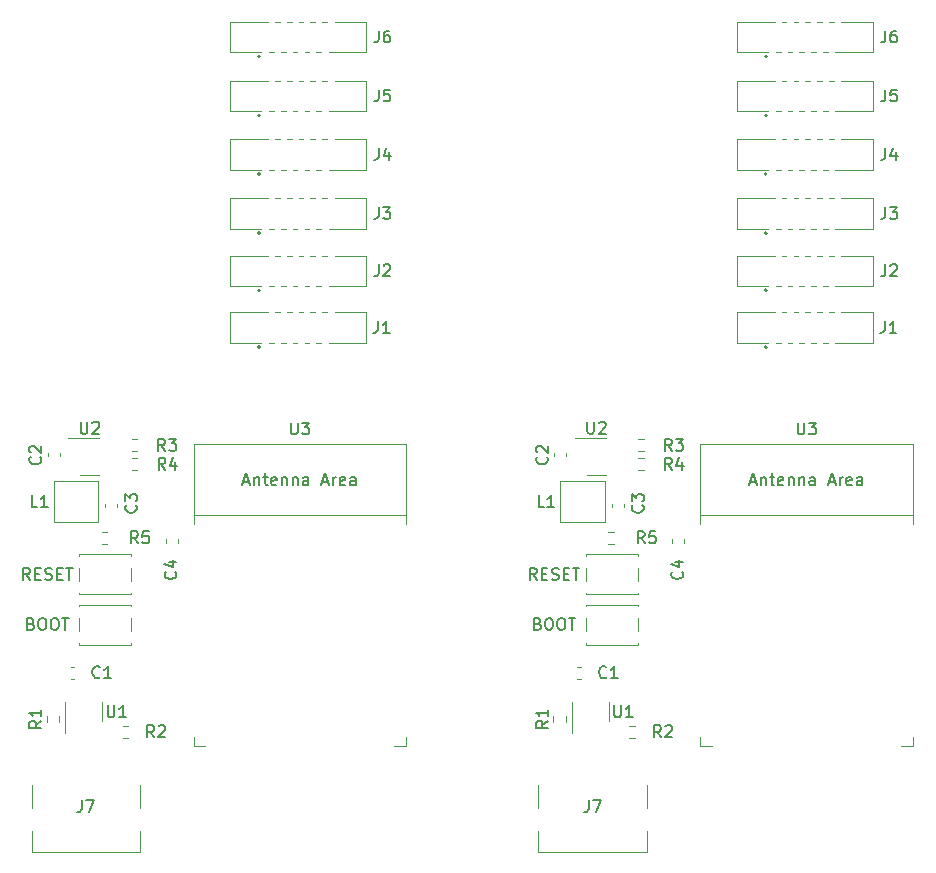
<source format=gbr>
%TF.GenerationSoftware,KiCad,Pcbnew,7.0.5*%
%TF.CreationDate,2023-07-03T18:15:23+02:00*%
%TF.ProjectId,motherboard_panel,6d6f7468-6572-4626-9f61-72645f70616e,rev?*%
%TF.SameCoordinates,Original*%
%TF.FileFunction,Legend,Top*%
%TF.FilePolarity,Positive*%
%FSLAX46Y46*%
G04 Gerber Fmt 4.6, Leading zero omitted, Abs format (unit mm)*
G04 Created by KiCad (PCBNEW 7.0.5) date 2023-07-03 18:15:23*
%MOMM*%
%LPD*%
G01*
G04 APERTURE LIST*
%ADD10C,0.150000*%
%ADD11C,0.120000*%
%ADD12C,0.201421*%
G04 APERTURE END LIST*
D10*
%TO.C,SW1*%
X107247618Y-77154819D02*
X106914285Y-76678628D01*
X106676190Y-77154819D02*
X106676190Y-76154819D01*
X106676190Y-76154819D02*
X107057142Y-76154819D01*
X107057142Y-76154819D02*
X107152380Y-76202438D01*
X107152380Y-76202438D02*
X107199999Y-76250057D01*
X107199999Y-76250057D02*
X107247618Y-76345295D01*
X107247618Y-76345295D02*
X107247618Y-76488152D01*
X107247618Y-76488152D02*
X107199999Y-76583390D01*
X107199999Y-76583390D02*
X107152380Y-76631009D01*
X107152380Y-76631009D02*
X107057142Y-76678628D01*
X107057142Y-76678628D02*
X106676190Y-76678628D01*
X107676190Y-76631009D02*
X108009523Y-76631009D01*
X108152380Y-77154819D02*
X107676190Y-77154819D01*
X107676190Y-77154819D02*
X107676190Y-76154819D01*
X107676190Y-76154819D02*
X108152380Y-76154819D01*
X108533333Y-77107200D02*
X108676190Y-77154819D01*
X108676190Y-77154819D02*
X108914285Y-77154819D01*
X108914285Y-77154819D02*
X109009523Y-77107200D01*
X109009523Y-77107200D02*
X109057142Y-77059580D01*
X109057142Y-77059580D02*
X109104761Y-76964342D01*
X109104761Y-76964342D02*
X109104761Y-76869104D01*
X109104761Y-76869104D02*
X109057142Y-76773866D01*
X109057142Y-76773866D02*
X109009523Y-76726247D01*
X109009523Y-76726247D02*
X108914285Y-76678628D01*
X108914285Y-76678628D02*
X108723809Y-76631009D01*
X108723809Y-76631009D02*
X108628571Y-76583390D01*
X108628571Y-76583390D02*
X108580952Y-76535771D01*
X108580952Y-76535771D02*
X108533333Y-76440533D01*
X108533333Y-76440533D02*
X108533333Y-76345295D01*
X108533333Y-76345295D02*
X108580952Y-76250057D01*
X108580952Y-76250057D02*
X108628571Y-76202438D01*
X108628571Y-76202438D02*
X108723809Y-76154819D01*
X108723809Y-76154819D02*
X108961904Y-76154819D01*
X108961904Y-76154819D02*
X109104761Y-76202438D01*
X109533333Y-76631009D02*
X109866666Y-76631009D01*
X110009523Y-77154819D02*
X109533333Y-77154819D01*
X109533333Y-77154819D02*
X109533333Y-76154819D01*
X109533333Y-76154819D02*
X110009523Y-76154819D01*
X110295238Y-76154819D02*
X110866666Y-76154819D01*
X110580952Y-77154819D02*
X110580952Y-76154819D01*
%TO.C,R2*%
X117763333Y-90479819D02*
X117430000Y-90003628D01*
X117191905Y-90479819D02*
X117191905Y-89479819D01*
X117191905Y-89479819D02*
X117572857Y-89479819D01*
X117572857Y-89479819D02*
X117668095Y-89527438D01*
X117668095Y-89527438D02*
X117715714Y-89575057D01*
X117715714Y-89575057D02*
X117763333Y-89670295D01*
X117763333Y-89670295D02*
X117763333Y-89813152D01*
X117763333Y-89813152D02*
X117715714Y-89908390D01*
X117715714Y-89908390D02*
X117668095Y-89956009D01*
X117668095Y-89956009D02*
X117572857Y-90003628D01*
X117572857Y-90003628D02*
X117191905Y-90003628D01*
X118144286Y-89575057D02*
X118191905Y-89527438D01*
X118191905Y-89527438D02*
X118287143Y-89479819D01*
X118287143Y-89479819D02*
X118525238Y-89479819D01*
X118525238Y-89479819D02*
X118620476Y-89527438D01*
X118620476Y-89527438D02*
X118668095Y-89575057D01*
X118668095Y-89575057D02*
X118715714Y-89670295D01*
X118715714Y-89670295D02*
X118715714Y-89765533D01*
X118715714Y-89765533D02*
X118668095Y-89908390D01*
X118668095Y-89908390D02*
X118096667Y-90479819D01*
X118096667Y-90479819D02*
X118715714Y-90479819D01*
%TO.C,SW2*%
X107342857Y-80881009D02*
X107485714Y-80928628D01*
X107485714Y-80928628D02*
X107533333Y-80976247D01*
X107533333Y-80976247D02*
X107580952Y-81071485D01*
X107580952Y-81071485D02*
X107580952Y-81214342D01*
X107580952Y-81214342D02*
X107533333Y-81309580D01*
X107533333Y-81309580D02*
X107485714Y-81357200D01*
X107485714Y-81357200D02*
X107390476Y-81404819D01*
X107390476Y-81404819D02*
X107009524Y-81404819D01*
X107009524Y-81404819D02*
X107009524Y-80404819D01*
X107009524Y-80404819D02*
X107342857Y-80404819D01*
X107342857Y-80404819D02*
X107438095Y-80452438D01*
X107438095Y-80452438D02*
X107485714Y-80500057D01*
X107485714Y-80500057D02*
X107533333Y-80595295D01*
X107533333Y-80595295D02*
X107533333Y-80690533D01*
X107533333Y-80690533D02*
X107485714Y-80785771D01*
X107485714Y-80785771D02*
X107438095Y-80833390D01*
X107438095Y-80833390D02*
X107342857Y-80881009D01*
X107342857Y-80881009D02*
X107009524Y-80881009D01*
X108200000Y-80404819D02*
X108390476Y-80404819D01*
X108390476Y-80404819D02*
X108485714Y-80452438D01*
X108485714Y-80452438D02*
X108580952Y-80547676D01*
X108580952Y-80547676D02*
X108628571Y-80738152D01*
X108628571Y-80738152D02*
X108628571Y-81071485D01*
X108628571Y-81071485D02*
X108580952Y-81261961D01*
X108580952Y-81261961D02*
X108485714Y-81357200D01*
X108485714Y-81357200D02*
X108390476Y-81404819D01*
X108390476Y-81404819D02*
X108200000Y-81404819D01*
X108200000Y-81404819D02*
X108104762Y-81357200D01*
X108104762Y-81357200D02*
X108009524Y-81261961D01*
X108009524Y-81261961D02*
X107961905Y-81071485D01*
X107961905Y-81071485D02*
X107961905Y-80738152D01*
X107961905Y-80738152D02*
X108009524Y-80547676D01*
X108009524Y-80547676D02*
X108104762Y-80452438D01*
X108104762Y-80452438D02*
X108200000Y-80404819D01*
X109247619Y-80404819D02*
X109438095Y-80404819D01*
X109438095Y-80404819D02*
X109533333Y-80452438D01*
X109533333Y-80452438D02*
X109628571Y-80547676D01*
X109628571Y-80547676D02*
X109676190Y-80738152D01*
X109676190Y-80738152D02*
X109676190Y-81071485D01*
X109676190Y-81071485D02*
X109628571Y-81261961D01*
X109628571Y-81261961D02*
X109533333Y-81357200D01*
X109533333Y-81357200D02*
X109438095Y-81404819D01*
X109438095Y-81404819D02*
X109247619Y-81404819D01*
X109247619Y-81404819D02*
X109152381Y-81357200D01*
X109152381Y-81357200D02*
X109057143Y-81261961D01*
X109057143Y-81261961D02*
X109009524Y-81071485D01*
X109009524Y-81071485D02*
X109009524Y-80738152D01*
X109009524Y-80738152D02*
X109057143Y-80547676D01*
X109057143Y-80547676D02*
X109152381Y-80452438D01*
X109152381Y-80452438D02*
X109247619Y-80404819D01*
X109961905Y-80404819D02*
X110533333Y-80404819D01*
X110247619Y-81404819D02*
X110247619Y-80404819D01*
%TO.C,C4*%
X119559580Y-76466666D02*
X119607200Y-76514285D01*
X119607200Y-76514285D02*
X119654819Y-76657142D01*
X119654819Y-76657142D02*
X119654819Y-76752380D01*
X119654819Y-76752380D02*
X119607200Y-76895237D01*
X119607200Y-76895237D02*
X119511961Y-76990475D01*
X119511961Y-76990475D02*
X119416723Y-77038094D01*
X119416723Y-77038094D02*
X119226247Y-77085713D01*
X119226247Y-77085713D02*
X119083390Y-77085713D01*
X119083390Y-77085713D02*
X118892914Y-77038094D01*
X118892914Y-77038094D02*
X118797676Y-76990475D01*
X118797676Y-76990475D02*
X118702438Y-76895237D01*
X118702438Y-76895237D02*
X118654819Y-76752380D01*
X118654819Y-76752380D02*
X118654819Y-76657142D01*
X118654819Y-76657142D02*
X118702438Y-76514285D01*
X118702438Y-76514285D02*
X118750057Y-76466666D01*
X118988152Y-75609523D02*
X119654819Y-75609523D01*
X118607200Y-75847618D02*
X119321485Y-76085713D01*
X119321485Y-76085713D02*
X119321485Y-75466666D01*
%TO.C,R5*%
X159283333Y-74054819D02*
X158950000Y-73578628D01*
X158711905Y-74054819D02*
X158711905Y-73054819D01*
X158711905Y-73054819D02*
X159092857Y-73054819D01*
X159092857Y-73054819D02*
X159188095Y-73102438D01*
X159188095Y-73102438D02*
X159235714Y-73150057D01*
X159235714Y-73150057D02*
X159283333Y-73245295D01*
X159283333Y-73245295D02*
X159283333Y-73388152D01*
X159283333Y-73388152D02*
X159235714Y-73483390D01*
X159235714Y-73483390D02*
X159188095Y-73531009D01*
X159188095Y-73531009D02*
X159092857Y-73578628D01*
X159092857Y-73578628D02*
X158711905Y-73578628D01*
X160188095Y-73054819D02*
X159711905Y-73054819D01*
X159711905Y-73054819D02*
X159664286Y-73531009D01*
X159664286Y-73531009D02*
X159711905Y-73483390D01*
X159711905Y-73483390D02*
X159807143Y-73435771D01*
X159807143Y-73435771D02*
X160045238Y-73435771D01*
X160045238Y-73435771D02*
X160140476Y-73483390D01*
X160140476Y-73483390D02*
X160188095Y-73531009D01*
X160188095Y-73531009D02*
X160235714Y-73626247D01*
X160235714Y-73626247D02*
X160235714Y-73864342D01*
X160235714Y-73864342D02*
X160188095Y-73959580D01*
X160188095Y-73959580D02*
X160140476Y-74007200D01*
X160140476Y-74007200D02*
X160045238Y-74054819D01*
X160045238Y-74054819D02*
X159807143Y-74054819D01*
X159807143Y-74054819D02*
X159711905Y-74007200D01*
X159711905Y-74007200D02*
X159664286Y-73959580D01*
%TO.C,R3*%
X118683333Y-66229819D02*
X118350000Y-65753628D01*
X118111905Y-66229819D02*
X118111905Y-65229819D01*
X118111905Y-65229819D02*
X118492857Y-65229819D01*
X118492857Y-65229819D02*
X118588095Y-65277438D01*
X118588095Y-65277438D02*
X118635714Y-65325057D01*
X118635714Y-65325057D02*
X118683333Y-65420295D01*
X118683333Y-65420295D02*
X118683333Y-65563152D01*
X118683333Y-65563152D02*
X118635714Y-65658390D01*
X118635714Y-65658390D02*
X118588095Y-65706009D01*
X118588095Y-65706009D02*
X118492857Y-65753628D01*
X118492857Y-65753628D02*
X118111905Y-65753628D01*
X119016667Y-65229819D02*
X119635714Y-65229819D01*
X119635714Y-65229819D02*
X119302381Y-65610771D01*
X119302381Y-65610771D02*
X119445238Y-65610771D01*
X119445238Y-65610771D02*
X119540476Y-65658390D01*
X119540476Y-65658390D02*
X119588095Y-65706009D01*
X119588095Y-65706009D02*
X119635714Y-65801247D01*
X119635714Y-65801247D02*
X119635714Y-66039342D01*
X119635714Y-66039342D02*
X119588095Y-66134580D01*
X119588095Y-66134580D02*
X119540476Y-66182200D01*
X119540476Y-66182200D02*
X119445238Y-66229819D01*
X119445238Y-66229819D02*
X119159524Y-66229819D01*
X119159524Y-66229819D02*
X119064286Y-66182200D01*
X119064286Y-66182200D02*
X119016667Y-66134580D01*
%TO.C,J3*%
X136766666Y-45604819D02*
X136766666Y-46319104D01*
X136766666Y-46319104D02*
X136719047Y-46461961D01*
X136719047Y-46461961D02*
X136623809Y-46557200D01*
X136623809Y-46557200D02*
X136480952Y-46604819D01*
X136480952Y-46604819D02*
X136385714Y-46604819D01*
X137147619Y-45604819D02*
X137766666Y-45604819D01*
X137766666Y-45604819D02*
X137433333Y-45985771D01*
X137433333Y-45985771D02*
X137576190Y-45985771D01*
X137576190Y-45985771D02*
X137671428Y-46033390D01*
X137671428Y-46033390D02*
X137719047Y-46081009D01*
X137719047Y-46081009D02*
X137766666Y-46176247D01*
X137766666Y-46176247D02*
X137766666Y-46414342D01*
X137766666Y-46414342D02*
X137719047Y-46509580D01*
X137719047Y-46509580D02*
X137671428Y-46557200D01*
X137671428Y-46557200D02*
X137576190Y-46604819D01*
X137576190Y-46604819D02*
X137290476Y-46604819D01*
X137290476Y-46604819D02*
X137195238Y-46557200D01*
X137195238Y-46557200D02*
X137147619Y-46509580D01*
%TO.C,U2*%
X154438095Y-63779819D02*
X154438095Y-64589342D01*
X154438095Y-64589342D02*
X154485714Y-64684580D01*
X154485714Y-64684580D02*
X154533333Y-64732200D01*
X154533333Y-64732200D02*
X154628571Y-64779819D01*
X154628571Y-64779819D02*
X154819047Y-64779819D01*
X154819047Y-64779819D02*
X154914285Y-64732200D01*
X154914285Y-64732200D02*
X154961904Y-64684580D01*
X154961904Y-64684580D02*
X155009523Y-64589342D01*
X155009523Y-64589342D02*
X155009523Y-63779819D01*
X155438095Y-63875057D02*
X155485714Y-63827438D01*
X155485714Y-63827438D02*
X155580952Y-63779819D01*
X155580952Y-63779819D02*
X155819047Y-63779819D01*
X155819047Y-63779819D02*
X155914285Y-63827438D01*
X155914285Y-63827438D02*
X155961904Y-63875057D01*
X155961904Y-63875057D02*
X156009523Y-63970295D01*
X156009523Y-63970295D02*
X156009523Y-64065533D01*
X156009523Y-64065533D02*
X155961904Y-64208390D01*
X155961904Y-64208390D02*
X155390476Y-64779819D01*
X155390476Y-64779819D02*
X156009523Y-64779819D01*
%TO.C,C1*%
X113163333Y-85384580D02*
X113115714Y-85432200D01*
X113115714Y-85432200D02*
X112972857Y-85479819D01*
X112972857Y-85479819D02*
X112877619Y-85479819D01*
X112877619Y-85479819D02*
X112734762Y-85432200D01*
X112734762Y-85432200D02*
X112639524Y-85336961D01*
X112639524Y-85336961D02*
X112591905Y-85241723D01*
X112591905Y-85241723D02*
X112544286Y-85051247D01*
X112544286Y-85051247D02*
X112544286Y-84908390D01*
X112544286Y-84908390D02*
X112591905Y-84717914D01*
X112591905Y-84717914D02*
X112639524Y-84622676D01*
X112639524Y-84622676D02*
X112734762Y-84527438D01*
X112734762Y-84527438D02*
X112877619Y-84479819D01*
X112877619Y-84479819D02*
X112972857Y-84479819D01*
X112972857Y-84479819D02*
X113115714Y-84527438D01*
X113115714Y-84527438D02*
X113163333Y-84575057D01*
X114115714Y-85479819D02*
X113544286Y-85479819D01*
X113830000Y-85479819D02*
X113830000Y-84479819D01*
X113830000Y-84479819D02*
X113734762Y-84622676D01*
X113734762Y-84622676D02*
X113639524Y-84717914D01*
X113639524Y-84717914D02*
X113544286Y-84765533D01*
%TO.C,R3*%
X161583333Y-66229819D02*
X161250000Y-65753628D01*
X161011905Y-66229819D02*
X161011905Y-65229819D01*
X161011905Y-65229819D02*
X161392857Y-65229819D01*
X161392857Y-65229819D02*
X161488095Y-65277438D01*
X161488095Y-65277438D02*
X161535714Y-65325057D01*
X161535714Y-65325057D02*
X161583333Y-65420295D01*
X161583333Y-65420295D02*
X161583333Y-65563152D01*
X161583333Y-65563152D02*
X161535714Y-65658390D01*
X161535714Y-65658390D02*
X161488095Y-65706009D01*
X161488095Y-65706009D02*
X161392857Y-65753628D01*
X161392857Y-65753628D02*
X161011905Y-65753628D01*
X161916667Y-65229819D02*
X162535714Y-65229819D01*
X162535714Y-65229819D02*
X162202381Y-65610771D01*
X162202381Y-65610771D02*
X162345238Y-65610771D01*
X162345238Y-65610771D02*
X162440476Y-65658390D01*
X162440476Y-65658390D02*
X162488095Y-65706009D01*
X162488095Y-65706009D02*
X162535714Y-65801247D01*
X162535714Y-65801247D02*
X162535714Y-66039342D01*
X162535714Y-66039342D02*
X162488095Y-66134580D01*
X162488095Y-66134580D02*
X162440476Y-66182200D01*
X162440476Y-66182200D02*
X162345238Y-66229819D01*
X162345238Y-66229819D02*
X162059524Y-66229819D01*
X162059524Y-66229819D02*
X161964286Y-66182200D01*
X161964286Y-66182200D02*
X161916667Y-66134580D01*
%TO.C,J5*%
X136766666Y-35654819D02*
X136766666Y-36369104D01*
X136766666Y-36369104D02*
X136719047Y-36511961D01*
X136719047Y-36511961D02*
X136623809Y-36607200D01*
X136623809Y-36607200D02*
X136480952Y-36654819D01*
X136480952Y-36654819D02*
X136385714Y-36654819D01*
X137719047Y-35654819D02*
X137242857Y-35654819D01*
X137242857Y-35654819D02*
X137195238Y-36131009D01*
X137195238Y-36131009D02*
X137242857Y-36083390D01*
X137242857Y-36083390D02*
X137338095Y-36035771D01*
X137338095Y-36035771D02*
X137576190Y-36035771D01*
X137576190Y-36035771D02*
X137671428Y-36083390D01*
X137671428Y-36083390D02*
X137719047Y-36131009D01*
X137719047Y-36131009D02*
X137766666Y-36226247D01*
X137766666Y-36226247D02*
X137766666Y-36464342D01*
X137766666Y-36464342D02*
X137719047Y-36559580D01*
X137719047Y-36559580D02*
X137671428Y-36607200D01*
X137671428Y-36607200D02*
X137576190Y-36654819D01*
X137576190Y-36654819D02*
X137338095Y-36654819D01*
X137338095Y-36654819D02*
X137242857Y-36607200D01*
X137242857Y-36607200D02*
X137195238Y-36559580D01*
%TO.C,J2*%
X136766666Y-50454819D02*
X136766666Y-51169104D01*
X136766666Y-51169104D02*
X136719047Y-51311961D01*
X136719047Y-51311961D02*
X136623809Y-51407200D01*
X136623809Y-51407200D02*
X136480952Y-51454819D01*
X136480952Y-51454819D02*
X136385714Y-51454819D01*
X137195238Y-50550057D02*
X137242857Y-50502438D01*
X137242857Y-50502438D02*
X137338095Y-50454819D01*
X137338095Y-50454819D02*
X137576190Y-50454819D01*
X137576190Y-50454819D02*
X137671428Y-50502438D01*
X137671428Y-50502438D02*
X137719047Y-50550057D01*
X137719047Y-50550057D02*
X137766666Y-50645295D01*
X137766666Y-50645295D02*
X137766666Y-50740533D01*
X137766666Y-50740533D02*
X137719047Y-50883390D01*
X137719047Y-50883390D02*
X137147619Y-51454819D01*
X137147619Y-51454819D02*
X137766666Y-51454819D01*
%TO.C,J1*%
X136716666Y-55254819D02*
X136716666Y-55969104D01*
X136716666Y-55969104D02*
X136669047Y-56111961D01*
X136669047Y-56111961D02*
X136573809Y-56207200D01*
X136573809Y-56207200D02*
X136430952Y-56254819D01*
X136430952Y-56254819D02*
X136335714Y-56254819D01*
X137716666Y-56254819D02*
X137145238Y-56254819D01*
X137430952Y-56254819D02*
X137430952Y-55254819D01*
X137430952Y-55254819D02*
X137335714Y-55397676D01*
X137335714Y-55397676D02*
X137240476Y-55492914D01*
X137240476Y-55492914D02*
X137145238Y-55540533D01*
%TO.C,C4*%
X162459580Y-76466666D02*
X162507200Y-76514285D01*
X162507200Y-76514285D02*
X162554819Y-76657142D01*
X162554819Y-76657142D02*
X162554819Y-76752380D01*
X162554819Y-76752380D02*
X162507200Y-76895237D01*
X162507200Y-76895237D02*
X162411961Y-76990475D01*
X162411961Y-76990475D02*
X162316723Y-77038094D01*
X162316723Y-77038094D02*
X162126247Y-77085713D01*
X162126247Y-77085713D02*
X161983390Y-77085713D01*
X161983390Y-77085713D02*
X161792914Y-77038094D01*
X161792914Y-77038094D02*
X161697676Y-76990475D01*
X161697676Y-76990475D02*
X161602438Y-76895237D01*
X161602438Y-76895237D02*
X161554819Y-76752380D01*
X161554819Y-76752380D02*
X161554819Y-76657142D01*
X161554819Y-76657142D02*
X161602438Y-76514285D01*
X161602438Y-76514285D02*
X161650057Y-76466666D01*
X161888152Y-75609523D02*
X162554819Y-75609523D01*
X161507200Y-75847618D02*
X162221485Y-76085713D01*
X162221485Y-76085713D02*
X162221485Y-75466666D01*
%TO.C,J7*%
X111646666Y-95829819D02*
X111646666Y-96544104D01*
X111646666Y-96544104D02*
X111599047Y-96686961D01*
X111599047Y-96686961D02*
X111503809Y-96782200D01*
X111503809Y-96782200D02*
X111360952Y-96829819D01*
X111360952Y-96829819D02*
X111265714Y-96829819D01*
X112027619Y-95829819D02*
X112694285Y-95829819D01*
X112694285Y-95829819D02*
X112265714Y-96829819D01*
%TO.C,C2*%
X108109580Y-66741666D02*
X108157200Y-66789285D01*
X108157200Y-66789285D02*
X108204819Y-66932142D01*
X108204819Y-66932142D02*
X108204819Y-67027380D01*
X108204819Y-67027380D02*
X108157200Y-67170237D01*
X108157200Y-67170237D02*
X108061961Y-67265475D01*
X108061961Y-67265475D02*
X107966723Y-67313094D01*
X107966723Y-67313094D02*
X107776247Y-67360713D01*
X107776247Y-67360713D02*
X107633390Y-67360713D01*
X107633390Y-67360713D02*
X107442914Y-67313094D01*
X107442914Y-67313094D02*
X107347676Y-67265475D01*
X107347676Y-67265475D02*
X107252438Y-67170237D01*
X107252438Y-67170237D02*
X107204819Y-67027380D01*
X107204819Y-67027380D02*
X107204819Y-66932142D01*
X107204819Y-66932142D02*
X107252438Y-66789285D01*
X107252438Y-66789285D02*
X107300057Y-66741666D01*
X107300057Y-66360713D02*
X107252438Y-66313094D01*
X107252438Y-66313094D02*
X107204819Y-66217856D01*
X107204819Y-66217856D02*
X107204819Y-65979761D01*
X107204819Y-65979761D02*
X107252438Y-65884523D01*
X107252438Y-65884523D02*
X107300057Y-65836904D01*
X107300057Y-65836904D02*
X107395295Y-65789285D01*
X107395295Y-65789285D02*
X107490533Y-65789285D01*
X107490533Y-65789285D02*
X107633390Y-65836904D01*
X107633390Y-65836904D02*
X108204819Y-66408332D01*
X108204819Y-66408332D02*
X108204819Y-65789285D01*
%TO.C,C1*%
X156063333Y-85384580D02*
X156015714Y-85432200D01*
X156015714Y-85432200D02*
X155872857Y-85479819D01*
X155872857Y-85479819D02*
X155777619Y-85479819D01*
X155777619Y-85479819D02*
X155634762Y-85432200D01*
X155634762Y-85432200D02*
X155539524Y-85336961D01*
X155539524Y-85336961D02*
X155491905Y-85241723D01*
X155491905Y-85241723D02*
X155444286Y-85051247D01*
X155444286Y-85051247D02*
X155444286Y-84908390D01*
X155444286Y-84908390D02*
X155491905Y-84717914D01*
X155491905Y-84717914D02*
X155539524Y-84622676D01*
X155539524Y-84622676D02*
X155634762Y-84527438D01*
X155634762Y-84527438D02*
X155777619Y-84479819D01*
X155777619Y-84479819D02*
X155872857Y-84479819D01*
X155872857Y-84479819D02*
X156015714Y-84527438D01*
X156015714Y-84527438D02*
X156063333Y-84575057D01*
X157015714Y-85479819D02*
X156444286Y-85479819D01*
X156730000Y-85479819D02*
X156730000Y-84479819D01*
X156730000Y-84479819D02*
X156634762Y-84622676D01*
X156634762Y-84622676D02*
X156539524Y-84717914D01*
X156539524Y-84717914D02*
X156444286Y-84765533D01*
%TO.C,U1*%
X113818095Y-87779819D02*
X113818095Y-88589342D01*
X113818095Y-88589342D02*
X113865714Y-88684580D01*
X113865714Y-88684580D02*
X113913333Y-88732200D01*
X113913333Y-88732200D02*
X114008571Y-88779819D01*
X114008571Y-88779819D02*
X114199047Y-88779819D01*
X114199047Y-88779819D02*
X114294285Y-88732200D01*
X114294285Y-88732200D02*
X114341904Y-88684580D01*
X114341904Y-88684580D02*
X114389523Y-88589342D01*
X114389523Y-88589342D02*
X114389523Y-87779819D01*
X115389523Y-88779819D02*
X114818095Y-88779819D01*
X115103809Y-88779819D02*
X115103809Y-87779819D01*
X115103809Y-87779819D02*
X115008571Y-87922676D01*
X115008571Y-87922676D02*
X114913333Y-88017914D01*
X114913333Y-88017914D02*
X114818095Y-88065533D01*
%TO.C,U2*%
X111538095Y-63779819D02*
X111538095Y-64589342D01*
X111538095Y-64589342D02*
X111585714Y-64684580D01*
X111585714Y-64684580D02*
X111633333Y-64732200D01*
X111633333Y-64732200D02*
X111728571Y-64779819D01*
X111728571Y-64779819D02*
X111919047Y-64779819D01*
X111919047Y-64779819D02*
X112014285Y-64732200D01*
X112014285Y-64732200D02*
X112061904Y-64684580D01*
X112061904Y-64684580D02*
X112109523Y-64589342D01*
X112109523Y-64589342D02*
X112109523Y-63779819D01*
X112538095Y-63875057D02*
X112585714Y-63827438D01*
X112585714Y-63827438D02*
X112680952Y-63779819D01*
X112680952Y-63779819D02*
X112919047Y-63779819D01*
X112919047Y-63779819D02*
X113014285Y-63827438D01*
X113014285Y-63827438D02*
X113061904Y-63875057D01*
X113061904Y-63875057D02*
X113109523Y-63970295D01*
X113109523Y-63970295D02*
X113109523Y-64065533D01*
X113109523Y-64065533D02*
X113061904Y-64208390D01*
X113061904Y-64208390D02*
X112490476Y-64779819D01*
X112490476Y-64779819D02*
X113109523Y-64779819D01*
%TO.C,L1*%
X150783333Y-71004819D02*
X150307143Y-71004819D01*
X150307143Y-71004819D02*
X150307143Y-70004819D01*
X151640476Y-71004819D02*
X151069048Y-71004819D01*
X151354762Y-71004819D02*
X151354762Y-70004819D01*
X151354762Y-70004819D02*
X151259524Y-70147676D01*
X151259524Y-70147676D02*
X151164286Y-70242914D01*
X151164286Y-70242914D02*
X151069048Y-70290533D01*
%TO.C,J7*%
X154546666Y-95829819D02*
X154546666Y-96544104D01*
X154546666Y-96544104D02*
X154499047Y-96686961D01*
X154499047Y-96686961D02*
X154403809Y-96782200D01*
X154403809Y-96782200D02*
X154260952Y-96829819D01*
X154260952Y-96829819D02*
X154165714Y-96829819D01*
X154927619Y-95829819D02*
X155594285Y-95829819D01*
X155594285Y-95829819D02*
X155165714Y-96829819D01*
%TO.C,R4*%
X161608333Y-67819819D02*
X161275000Y-67343628D01*
X161036905Y-67819819D02*
X161036905Y-66819819D01*
X161036905Y-66819819D02*
X161417857Y-66819819D01*
X161417857Y-66819819D02*
X161513095Y-66867438D01*
X161513095Y-66867438D02*
X161560714Y-66915057D01*
X161560714Y-66915057D02*
X161608333Y-67010295D01*
X161608333Y-67010295D02*
X161608333Y-67153152D01*
X161608333Y-67153152D02*
X161560714Y-67248390D01*
X161560714Y-67248390D02*
X161513095Y-67296009D01*
X161513095Y-67296009D02*
X161417857Y-67343628D01*
X161417857Y-67343628D02*
X161036905Y-67343628D01*
X162465476Y-67153152D02*
X162465476Y-67819819D01*
X162227381Y-66772200D02*
X161989286Y-67486485D01*
X161989286Y-67486485D02*
X162608333Y-67486485D01*
X118708333Y-67819819D02*
X118375000Y-67343628D01*
X118136905Y-67819819D02*
X118136905Y-66819819D01*
X118136905Y-66819819D02*
X118517857Y-66819819D01*
X118517857Y-66819819D02*
X118613095Y-66867438D01*
X118613095Y-66867438D02*
X118660714Y-66915057D01*
X118660714Y-66915057D02*
X118708333Y-67010295D01*
X118708333Y-67010295D02*
X118708333Y-67153152D01*
X118708333Y-67153152D02*
X118660714Y-67248390D01*
X118660714Y-67248390D02*
X118613095Y-67296009D01*
X118613095Y-67296009D02*
X118517857Y-67343628D01*
X118517857Y-67343628D02*
X118136905Y-67343628D01*
X119565476Y-67153152D02*
X119565476Y-67819819D01*
X119327381Y-66772200D02*
X119089286Y-67486485D01*
X119089286Y-67486485D02*
X119708333Y-67486485D01*
%TO.C,J2*%
X179666666Y-50454819D02*
X179666666Y-51169104D01*
X179666666Y-51169104D02*
X179619047Y-51311961D01*
X179619047Y-51311961D02*
X179523809Y-51407200D01*
X179523809Y-51407200D02*
X179380952Y-51454819D01*
X179380952Y-51454819D02*
X179285714Y-51454819D01*
X180095238Y-50550057D02*
X180142857Y-50502438D01*
X180142857Y-50502438D02*
X180238095Y-50454819D01*
X180238095Y-50454819D02*
X180476190Y-50454819D01*
X180476190Y-50454819D02*
X180571428Y-50502438D01*
X180571428Y-50502438D02*
X180619047Y-50550057D01*
X180619047Y-50550057D02*
X180666666Y-50645295D01*
X180666666Y-50645295D02*
X180666666Y-50740533D01*
X180666666Y-50740533D02*
X180619047Y-50883390D01*
X180619047Y-50883390D02*
X180047619Y-51454819D01*
X180047619Y-51454819D02*
X180666666Y-51454819D01*
%TO.C,R2*%
X160663333Y-90479819D02*
X160330000Y-90003628D01*
X160091905Y-90479819D02*
X160091905Y-89479819D01*
X160091905Y-89479819D02*
X160472857Y-89479819D01*
X160472857Y-89479819D02*
X160568095Y-89527438D01*
X160568095Y-89527438D02*
X160615714Y-89575057D01*
X160615714Y-89575057D02*
X160663333Y-89670295D01*
X160663333Y-89670295D02*
X160663333Y-89813152D01*
X160663333Y-89813152D02*
X160615714Y-89908390D01*
X160615714Y-89908390D02*
X160568095Y-89956009D01*
X160568095Y-89956009D02*
X160472857Y-90003628D01*
X160472857Y-90003628D02*
X160091905Y-90003628D01*
X161044286Y-89575057D02*
X161091905Y-89527438D01*
X161091905Y-89527438D02*
X161187143Y-89479819D01*
X161187143Y-89479819D02*
X161425238Y-89479819D01*
X161425238Y-89479819D02*
X161520476Y-89527438D01*
X161520476Y-89527438D02*
X161568095Y-89575057D01*
X161568095Y-89575057D02*
X161615714Y-89670295D01*
X161615714Y-89670295D02*
X161615714Y-89765533D01*
X161615714Y-89765533D02*
X161568095Y-89908390D01*
X161568095Y-89908390D02*
X160996667Y-90479819D01*
X160996667Y-90479819D02*
X161615714Y-90479819D01*
%TO.C,C2*%
X151009580Y-66741666D02*
X151057200Y-66789285D01*
X151057200Y-66789285D02*
X151104819Y-66932142D01*
X151104819Y-66932142D02*
X151104819Y-67027380D01*
X151104819Y-67027380D02*
X151057200Y-67170237D01*
X151057200Y-67170237D02*
X150961961Y-67265475D01*
X150961961Y-67265475D02*
X150866723Y-67313094D01*
X150866723Y-67313094D02*
X150676247Y-67360713D01*
X150676247Y-67360713D02*
X150533390Y-67360713D01*
X150533390Y-67360713D02*
X150342914Y-67313094D01*
X150342914Y-67313094D02*
X150247676Y-67265475D01*
X150247676Y-67265475D02*
X150152438Y-67170237D01*
X150152438Y-67170237D02*
X150104819Y-67027380D01*
X150104819Y-67027380D02*
X150104819Y-66932142D01*
X150104819Y-66932142D02*
X150152438Y-66789285D01*
X150152438Y-66789285D02*
X150200057Y-66741666D01*
X150200057Y-66360713D02*
X150152438Y-66313094D01*
X150152438Y-66313094D02*
X150104819Y-66217856D01*
X150104819Y-66217856D02*
X150104819Y-65979761D01*
X150104819Y-65979761D02*
X150152438Y-65884523D01*
X150152438Y-65884523D02*
X150200057Y-65836904D01*
X150200057Y-65836904D02*
X150295295Y-65789285D01*
X150295295Y-65789285D02*
X150390533Y-65789285D01*
X150390533Y-65789285D02*
X150533390Y-65836904D01*
X150533390Y-65836904D02*
X151104819Y-66408332D01*
X151104819Y-66408332D02*
X151104819Y-65789285D01*
%TO.C,SW1*%
X150147618Y-77154819D02*
X149814285Y-76678628D01*
X149576190Y-77154819D02*
X149576190Y-76154819D01*
X149576190Y-76154819D02*
X149957142Y-76154819D01*
X149957142Y-76154819D02*
X150052380Y-76202438D01*
X150052380Y-76202438D02*
X150099999Y-76250057D01*
X150099999Y-76250057D02*
X150147618Y-76345295D01*
X150147618Y-76345295D02*
X150147618Y-76488152D01*
X150147618Y-76488152D02*
X150099999Y-76583390D01*
X150099999Y-76583390D02*
X150052380Y-76631009D01*
X150052380Y-76631009D02*
X149957142Y-76678628D01*
X149957142Y-76678628D02*
X149576190Y-76678628D01*
X150576190Y-76631009D02*
X150909523Y-76631009D01*
X151052380Y-77154819D02*
X150576190Y-77154819D01*
X150576190Y-77154819D02*
X150576190Y-76154819D01*
X150576190Y-76154819D02*
X151052380Y-76154819D01*
X151433333Y-77107200D02*
X151576190Y-77154819D01*
X151576190Y-77154819D02*
X151814285Y-77154819D01*
X151814285Y-77154819D02*
X151909523Y-77107200D01*
X151909523Y-77107200D02*
X151957142Y-77059580D01*
X151957142Y-77059580D02*
X152004761Y-76964342D01*
X152004761Y-76964342D02*
X152004761Y-76869104D01*
X152004761Y-76869104D02*
X151957142Y-76773866D01*
X151957142Y-76773866D02*
X151909523Y-76726247D01*
X151909523Y-76726247D02*
X151814285Y-76678628D01*
X151814285Y-76678628D02*
X151623809Y-76631009D01*
X151623809Y-76631009D02*
X151528571Y-76583390D01*
X151528571Y-76583390D02*
X151480952Y-76535771D01*
X151480952Y-76535771D02*
X151433333Y-76440533D01*
X151433333Y-76440533D02*
X151433333Y-76345295D01*
X151433333Y-76345295D02*
X151480952Y-76250057D01*
X151480952Y-76250057D02*
X151528571Y-76202438D01*
X151528571Y-76202438D02*
X151623809Y-76154819D01*
X151623809Y-76154819D02*
X151861904Y-76154819D01*
X151861904Y-76154819D02*
X152004761Y-76202438D01*
X152433333Y-76631009D02*
X152766666Y-76631009D01*
X152909523Y-77154819D02*
X152433333Y-77154819D01*
X152433333Y-77154819D02*
X152433333Y-76154819D01*
X152433333Y-76154819D02*
X152909523Y-76154819D01*
X153195238Y-76154819D02*
X153766666Y-76154819D01*
X153480952Y-77154819D02*
X153480952Y-76154819D01*
%TO.C,L1*%
X107883333Y-71004819D02*
X107407143Y-71004819D01*
X107407143Y-71004819D02*
X107407143Y-70004819D01*
X108740476Y-71004819D02*
X108169048Y-71004819D01*
X108454762Y-71004819D02*
X108454762Y-70004819D01*
X108454762Y-70004819D02*
X108359524Y-70147676D01*
X108359524Y-70147676D02*
X108264286Y-70242914D01*
X108264286Y-70242914D02*
X108169048Y-70290533D01*
%TO.C,U1*%
X156718095Y-87779819D02*
X156718095Y-88589342D01*
X156718095Y-88589342D02*
X156765714Y-88684580D01*
X156765714Y-88684580D02*
X156813333Y-88732200D01*
X156813333Y-88732200D02*
X156908571Y-88779819D01*
X156908571Y-88779819D02*
X157099047Y-88779819D01*
X157099047Y-88779819D02*
X157194285Y-88732200D01*
X157194285Y-88732200D02*
X157241904Y-88684580D01*
X157241904Y-88684580D02*
X157289523Y-88589342D01*
X157289523Y-88589342D02*
X157289523Y-87779819D01*
X158289523Y-88779819D02*
X157718095Y-88779819D01*
X158003809Y-88779819D02*
X158003809Y-87779819D01*
X158003809Y-87779819D02*
X157908571Y-87922676D01*
X157908571Y-87922676D02*
X157813333Y-88017914D01*
X157813333Y-88017914D02*
X157718095Y-88065533D01*
%TO.C,J4*%
X179666666Y-40604819D02*
X179666666Y-41319104D01*
X179666666Y-41319104D02*
X179619047Y-41461961D01*
X179619047Y-41461961D02*
X179523809Y-41557200D01*
X179523809Y-41557200D02*
X179380952Y-41604819D01*
X179380952Y-41604819D02*
X179285714Y-41604819D01*
X180571428Y-40938152D02*
X180571428Y-41604819D01*
X180333333Y-40557200D02*
X180095238Y-41271485D01*
X180095238Y-41271485D02*
X180714285Y-41271485D01*
%TO.C,J1*%
X179616666Y-55254819D02*
X179616666Y-55969104D01*
X179616666Y-55969104D02*
X179569047Y-56111961D01*
X179569047Y-56111961D02*
X179473809Y-56207200D01*
X179473809Y-56207200D02*
X179330952Y-56254819D01*
X179330952Y-56254819D02*
X179235714Y-56254819D01*
X180616666Y-56254819D02*
X180045238Y-56254819D01*
X180330952Y-56254819D02*
X180330952Y-55254819D01*
X180330952Y-55254819D02*
X180235714Y-55397676D01*
X180235714Y-55397676D02*
X180140476Y-55492914D01*
X180140476Y-55492914D02*
X180045238Y-55540533D01*
%TO.C,J4*%
X136766666Y-40604819D02*
X136766666Y-41319104D01*
X136766666Y-41319104D02*
X136719047Y-41461961D01*
X136719047Y-41461961D02*
X136623809Y-41557200D01*
X136623809Y-41557200D02*
X136480952Y-41604819D01*
X136480952Y-41604819D02*
X136385714Y-41604819D01*
X137671428Y-40938152D02*
X137671428Y-41604819D01*
X137433333Y-40557200D02*
X137195238Y-41271485D01*
X137195238Y-41271485D02*
X137814285Y-41271485D01*
%TO.C,J6*%
X179666666Y-30654819D02*
X179666666Y-31369104D01*
X179666666Y-31369104D02*
X179619047Y-31511961D01*
X179619047Y-31511961D02*
X179523809Y-31607200D01*
X179523809Y-31607200D02*
X179380952Y-31654819D01*
X179380952Y-31654819D02*
X179285714Y-31654819D01*
X180571428Y-30654819D02*
X180380952Y-30654819D01*
X180380952Y-30654819D02*
X180285714Y-30702438D01*
X180285714Y-30702438D02*
X180238095Y-30750057D01*
X180238095Y-30750057D02*
X180142857Y-30892914D01*
X180142857Y-30892914D02*
X180095238Y-31083390D01*
X180095238Y-31083390D02*
X180095238Y-31464342D01*
X180095238Y-31464342D02*
X180142857Y-31559580D01*
X180142857Y-31559580D02*
X180190476Y-31607200D01*
X180190476Y-31607200D02*
X180285714Y-31654819D01*
X180285714Y-31654819D02*
X180476190Y-31654819D01*
X180476190Y-31654819D02*
X180571428Y-31607200D01*
X180571428Y-31607200D02*
X180619047Y-31559580D01*
X180619047Y-31559580D02*
X180666666Y-31464342D01*
X180666666Y-31464342D02*
X180666666Y-31226247D01*
X180666666Y-31226247D02*
X180619047Y-31131009D01*
X180619047Y-31131009D02*
X180571428Y-31083390D01*
X180571428Y-31083390D02*
X180476190Y-31035771D01*
X180476190Y-31035771D02*
X180285714Y-31035771D01*
X180285714Y-31035771D02*
X180190476Y-31083390D01*
X180190476Y-31083390D02*
X180142857Y-31131009D01*
X180142857Y-31131009D02*
X180095238Y-31226247D01*
%TO.C,R5*%
X116383333Y-74054819D02*
X116050000Y-73578628D01*
X115811905Y-74054819D02*
X115811905Y-73054819D01*
X115811905Y-73054819D02*
X116192857Y-73054819D01*
X116192857Y-73054819D02*
X116288095Y-73102438D01*
X116288095Y-73102438D02*
X116335714Y-73150057D01*
X116335714Y-73150057D02*
X116383333Y-73245295D01*
X116383333Y-73245295D02*
X116383333Y-73388152D01*
X116383333Y-73388152D02*
X116335714Y-73483390D01*
X116335714Y-73483390D02*
X116288095Y-73531009D01*
X116288095Y-73531009D02*
X116192857Y-73578628D01*
X116192857Y-73578628D02*
X115811905Y-73578628D01*
X117288095Y-73054819D02*
X116811905Y-73054819D01*
X116811905Y-73054819D02*
X116764286Y-73531009D01*
X116764286Y-73531009D02*
X116811905Y-73483390D01*
X116811905Y-73483390D02*
X116907143Y-73435771D01*
X116907143Y-73435771D02*
X117145238Y-73435771D01*
X117145238Y-73435771D02*
X117240476Y-73483390D01*
X117240476Y-73483390D02*
X117288095Y-73531009D01*
X117288095Y-73531009D02*
X117335714Y-73626247D01*
X117335714Y-73626247D02*
X117335714Y-73864342D01*
X117335714Y-73864342D02*
X117288095Y-73959580D01*
X117288095Y-73959580D02*
X117240476Y-74007200D01*
X117240476Y-74007200D02*
X117145238Y-74054819D01*
X117145238Y-74054819D02*
X116907143Y-74054819D01*
X116907143Y-74054819D02*
X116811905Y-74007200D01*
X116811905Y-74007200D02*
X116764286Y-73959580D01*
%TO.C,U3*%
X129338095Y-63844819D02*
X129338095Y-64654342D01*
X129338095Y-64654342D02*
X129385714Y-64749580D01*
X129385714Y-64749580D02*
X129433333Y-64797200D01*
X129433333Y-64797200D02*
X129528571Y-64844819D01*
X129528571Y-64844819D02*
X129719047Y-64844819D01*
X129719047Y-64844819D02*
X129814285Y-64797200D01*
X129814285Y-64797200D02*
X129861904Y-64749580D01*
X129861904Y-64749580D02*
X129909523Y-64654342D01*
X129909523Y-64654342D02*
X129909523Y-63844819D01*
X130290476Y-63844819D02*
X130909523Y-63844819D01*
X130909523Y-63844819D02*
X130576190Y-64225771D01*
X130576190Y-64225771D02*
X130719047Y-64225771D01*
X130719047Y-64225771D02*
X130814285Y-64273390D01*
X130814285Y-64273390D02*
X130861904Y-64321009D01*
X130861904Y-64321009D02*
X130909523Y-64416247D01*
X130909523Y-64416247D02*
X130909523Y-64654342D01*
X130909523Y-64654342D02*
X130861904Y-64749580D01*
X130861904Y-64749580D02*
X130814285Y-64797200D01*
X130814285Y-64797200D02*
X130719047Y-64844819D01*
X130719047Y-64844819D02*
X130433333Y-64844819D01*
X130433333Y-64844819D02*
X130338095Y-64797200D01*
X130338095Y-64797200D02*
X130290476Y-64749580D01*
X125338094Y-68859104D02*
X125814284Y-68859104D01*
X125242856Y-69144819D02*
X125576189Y-68144819D01*
X125576189Y-68144819D02*
X125909522Y-69144819D01*
X126242856Y-68478152D02*
X126242856Y-69144819D01*
X126242856Y-68573390D02*
X126290475Y-68525771D01*
X126290475Y-68525771D02*
X126385713Y-68478152D01*
X126385713Y-68478152D02*
X126528570Y-68478152D01*
X126528570Y-68478152D02*
X126623808Y-68525771D01*
X126623808Y-68525771D02*
X126671427Y-68621009D01*
X126671427Y-68621009D02*
X126671427Y-69144819D01*
X127004761Y-68478152D02*
X127385713Y-68478152D01*
X127147618Y-68144819D02*
X127147618Y-69001961D01*
X127147618Y-69001961D02*
X127195237Y-69097200D01*
X127195237Y-69097200D02*
X127290475Y-69144819D01*
X127290475Y-69144819D02*
X127385713Y-69144819D01*
X128099999Y-69097200D02*
X128004761Y-69144819D01*
X128004761Y-69144819D02*
X127814285Y-69144819D01*
X127814285Y-69144819D02*
X127719047Y-69097200D01*
X127719047Y-69097200D02*
X127671428Y-69001961D01*
X127671428Y-69001961D02*
X127671428Y-68621009D01*
X127671428Y-68621009D02*
X127719047Y-68525771D01*
X127719047Y-68525771D02*
X127814285Y-68478152D01*
X127814285Y-68478152D02*
X128004761Y-68478152D01*
X128004761Y-68478152D02*
X128099999Y-68525771D01*
X128099999Y-68525771D02*
X128147618Y-68621009D01*
X128147618Y-68621009D02*
X128147618Y-68716247D01*
X128147618Y-68716247D02*
X127671428Y-68811485D01*
X128576190Y-68478152D02*
X128576190Y-69144819D01*
X128576190Y-68573390D02*
X128623809Y-68525771D01*
X128623809Y-68525771D02*
X128719047Y-68478152D01*
X128719047Y-68478152D02*
X128861904Y-68478152D01*
X128861904Y-68478152D02*
X128957142Y-68525771D01*
X128957142Y-68525771D02*
X129004761Y-68621009D01*
X129004761Y-68621009D02*
X129004761Y-69144819D01*
X129480952Y-68478152D02*
X129480952Y-69144819D01*
X129480952Y-68573390D02*
X129528571Y-68525771D01*
X129528571Y-68525771D02*
X129623809Y-68478152D01*
X129623809Y-68478152D02*
X129766666Y-68478152D01*
X129766666Y-68478152D02*
X129861904Y-68525771D01*
X129861904Y-68525771D02*
X129909523Y-68621009D01*
X129909523Y-68621009D02*
X129909523Y-69144819D01*
X130814285Y-69144819D02*
X130814285Y-68621009D01*
X130814285Y-68621009D02*
X130766666Y-68525771D01*
X130766666Y-68525771D02*
X130671428Y-68478152D01*
X130671428Y-68478152D02*
X130480952Y-68478152D01*
X130480952Y-68478152D02*
X130385714Y-68525771D01*
X130814285Y-69097200D02*
X130719047Y-69144819D01*
X130719047Y-69144819D02*
X130480952Y-69144819D01*
X130480952Y-69144819D02*
X130385714Y-69097200D01*
X130385714Y-69097200D02*
X130338095Y-69001961D01*
X130338095Y-69001961D02*
X130338095Y-68906723D01*
X130338095Y-68906723D02*
X130385714Y-68811485D01*
X130385714Y-68811485D02*
X130480952Y-68763866D01*
X130480952Y-68763866D02*
X130719047Y-68763866D01*
X130719047Y-68763866D02*
X130814285Y-68716247D01*
X132004762Y-68859104D02*
X132480952Y-68859104D01*
X131909524Y-69144819D02*
X132242857Y-68144819D01*
X132242857Y-68144819D02*
X132576190Y-69144819D01*
X132909524Y-69144819D02*
X132909524Y-68478152D01*
X132909524Y-68668628D02*
X132957143Y-68573390D01*
X132957143Y-68573390D02*
X133004762Y-68525771D01*
X133004762Y-68525771D02*
X133100000Y-68478152D01*
X133100000Y-68478152D02*
X133195238Y-68478152D01*
X133909524Y-69097200D02*
X133814286Y-69144819D01*
X133814286Y-69144819D02*
X133623810Y-69144819D01*
X133623810Y-69144819D02*
X133528572Y-69097200D01*
X133528572Y-69097200D02*
X133480953Y-69001961D01*
X133480953Y-69001961D02*
X133480953Y-68621009D01*
X133480953Y-68621009D02*
X133528572Y-68525771D01*
X133528572Y-68525771D02*
X133623810Y-68478152D01*
X133623810Y-68478152D02*
X133814286Y-68478152D01*
X133814286Y-68478152D02*
X133909524Y-68525771D01*
X133909524Y-68525771D02*
X133957143Y-68621009D01*
X133957143Y-68621009D02*
X133957143Y-68716247D01*
X133957143Y-68716247D02*
X133480953Y-68811485D01*
X134814286Y-69144819D02*
X134814286Y-68621009D01*
X134814286Y-68621009D02*
X134766667Y-68525771D01*
X134766667Y-68525771D02*
X134671429Y-68478152D01*
X134671429Y-68478152D02*
X134480953Y-68478152D01*
X134480953Y-68478152D02*
X134385715Y-68525771D01*
X134814286Y-69097200D02*
X134719048Y-69144819D01*
X134719048Y-69144819D02*
X134480953Y-69144819D01*
X134480953Y-69144819D02*
X134385715Y-69097200D01*
X134385715Y-69097200D02*
X134338096Y-69001961D01*
X134338096Y-69001961D02*
X134338096Y-68906723D01*
X134338096Y-68906723D02*
X134385715Y-68811485D01*
X134385715Y-68811485D02*
X134480953Y-68763866D01*
X134480953Y-68763866D02*
X134719048Y-68763866D01*
X134719048Y-68763866D02*
X134814286Y-68716247D01*
%TO.C,C3*%
X159109580Y-70841666D02*
X159157200Y-70889285D01*
X159157200Y-70889285D02*
X159204819Y-71032142D01*
X159204819Y-71032142D02*
X159204819Y-71127380D01*
X159204819Y-71127380D02*
X159157200Y-71270237D01*
X159157200Y-71270237D02*
X159061961Y-71365475D01*
X159061961Y-71365475D02*
X158966723Y-71413094D01*
X158966723Y-71413094D02*
X158776247Y-71460713D01*
X158776247Y-71460713D02*
X158633390Y-71460713D01*
X158633390Y-71460713D02*
X158442914Y-71413094D01*
X158442914Y-71413094D02*
X158347676Y-71365475D01*
X158347676Y-71365475D02*
X158252438Y-71270237D01*
X158252438Y-71270237D02*
X158204819Y-71127380D01*
X158204819Y-71127380D02*
X158204819Y-71032142D01*
X158204819Y-71032142D02*
X158252438Y-70889285D01*
X158252438Y-70889285D02*
X158300057Y-70841666D01*
X158204819Y-70508332D02*
X158204819Y-69889285D01*
X158204819Y-69889285D02*
X158585771Y-70222618D01*
X158585771Y-70222618D02*
X158585771Y-70079761D01*
X158585771Y-70079761D02*
X158633390Y-69984523D01*
X158633390Y-69984523D02*
X158681009Y-69936904D01*
X158681009Y-69936904D02*
X158776247Y-69889285D01*
X158776247Y-69889285D02*
X159014342Y-69889285D01*
X159014342Y-69889285D02*
X159109580Y-69936904D01*
X159109580Y-69936904D02*
X159157200Y-69984523D01*
X159157200Y-69984523D02*
X159204819Y-70079761D01*
X159204819Y-70079761D02*
X159204819Y-70365475D01*
X159204819Y-70365475D02*
X159157200Y-70460713D01*
X159157200Y-70460713D02*
X159109580Y-70508332D01*
%TO.C,R1*%
X108204819Y-89091666D02*
X107728628Y-89424999D01*
X108204819Y-89663094D02*
X107204819Y-89663094D01*
X107204819Y-89663094D02*
X107204819Y-89282142D01*
X107204819Y-89282142D02*
X107252438Y-89186904D01*
X107252438Y-89186904D02*
X107300057Y-89139285D01*
X107300057Y-89139285D02*
X107395295Y-89091666D01*
X107395295Y-89091666D02*
X107538152Y-89091666D01*
X107538152Y-89091666D02*
X107633390Y-89139285D01*
X107633390Y-89139285D02*
X107681009Y-89186904D01*
X107681009Y-89186904D02*
X107728628Y-89282142D01*
X107728628Y-89282142D02*
X107728628Y-89663094D01*
X108204819Y-88139285D02*
X108204819Y-88710713D01*
X108204819Y-88424999D02*
X107204819Y-88424999D01*
X107204819Y-88424999D02*
X107347676Y-88520237D01*
X107347676Y-88520237D02*
X107442914Y-88615475D01*
X107442914Y-88615475D02*
X107490533Y-88710713D01*
%TO.C,U3*%
X172238095Y-63844819D02*
X172238095Y-64654342D01*
X172238095Y-64654342D02*
X172285714Y-64749580D01*
X172285714Y-64749580D02*
X172333333Y-64797200D01*
X172333333Y-64797200D02*
X172428571Y-64844819D01*
X172428571Y-64844819D02*
X172619047Y-64844819D01*
X172619047Y-64844819D02*
X172714285Y-64797200D01*
X172714285Y-64797200D02*
X172761904Y-64749580D01*
X172761904Y-64749580D02*
X172809523Y-64654342D01*
X172809523Y-64654342D02*
X172809523Y-63844819D01*
X173190476Y-63844819D02*
X173809523Y-63844819D01*
X173809523Y-63844819D02*
X173476190Y-64225771D01*
X173476190Y-64225771D02*
X173619047Y-64225771D01*
X173619047Y-64225771D02*
X173714285Y-64273390D01*
X173714285Y-64273390D02*
X173761904Y-64321009D01*
X173761904Y-64321009D02*
X173809523Y-64416247D01*
X173809523Y-64416247D02*
X173809523Y-64654342D01*
X173809523Y-64654342D02*
X173761904Y-64749580D01*
X173761904Y-64749580D02*
X173714285Y-64797200D01*
X173714285Y-64797200D02*
X173619047Y-64844819D01*
X173619047Y-64844819D02*
X173333333Y-64844819D01*
X173333333Y-64844819D02*
X173238095Y-64797200D01*
X173238095Y-64797200D02*
X173190476Y-64749580D01*
X168238094Y-68859104D02*
X168714284Y-68859104D01*
X168142856Y-69144819D02*
X168476189Y-68144819D01*
X168476189Y-68144819D02*
X168809522Y-69144819D01*
X169142856Y-68478152D02*
X169142856Y-69144819D01*
X169142856Y-68573390D02*
X169190475Y-68525771D01*
X169190475Y-68525771D02*
X169285713Y-68478152D01*
X169285713Y-68478152D02*
X169428570Y-68478152D01*
X169428570Y-68478152D02*
X169523808Y-68525771D01*
X169523808Y-68525771D02*
X169571427Y-68621009D01*
X169571427Y-68621009D02*
X169571427Y-69144819D01*
X169904761Y-68478152D02*
X170285713Y-68478152D01*
X170047618Y-68144819D02*
X170047618Y-69001961D01*
X170047618Y-69001961D02*
X170095237Y-69097200D01*
X170095237Y-69097200D02*
X170190475Y-69144819D01*
X170190475Y-69144819D02*
X170285713Y-69144819D01*
X170999999Y-69097200D02*
X170904761Y-69144819D01*
X170904761Y-69144819D02*
X170714285Y-69144819D01*
X170714285Y-69144819D02*
X170619047Y-69097200D01*
X170619047Y-69097200D02*
X170571428Y-69001961D01*
X170571428Y-69001961D02*
X170571428Y-68621009D01*
X170571428Y-68621009D02*
X170619047Y-68525771D01*
X170619047Y-68525771D02*
X170714285Y-68478152D01*
X170714285Y-68478152D02*
X170904761Y-68478152D01*
X170904761Y-68478152D02*
X170999999Y-68525771D01*
X170999999Y-68525771D02*
X171047618Y-68621009D01*
X171047618Y-68621009D02*
X171047618Y-68716247D01*
X171047618Y-68716247D02*
X170571428Y-68811485D01*
X171476190Y-68478152D02*
X171476190Y-69144819D01*
X171476190Y-68573390D02*
X171523809Y-68525771D01*
X171523809Y-68525771D02*
X171619047Y-68478152D01*
X171619047Y-68478152D02*
X171761904Y-68478152D01*
X171761904Y-68478152D02*
X171857142Y-68525771D01*
X171857142Y-68525771D02*
X171904761Y-68621009D01*
X171904761Y-68621009D02*
X171904761Y-69144819D01*
X172380952Y-68478152D02*
X172380952Y-69144819D01*
X172380952Y-68573390D02*
X172428571Y-68525771D01*
X172428571Y-68525771D02*
X172523809Y-68478152D01*
X172523809Y-68478152D02*
X172666666Y-68478152D01*
X172666666Y-68478152D02*
X172761904Y-68525771D01*
X172761904Y-68525771D02*
X172809523Y-68621009D01*
X172809523Y-68621009D02*
X172809523Y-69144819D01*
X173714285Y-69144819D02*
X173714285Y-68621009D01*
X173714285Y-68621009D02*
X173666666Y-68525771D01*
X173666666Y-68525771D02*
X173571428Y-68478152D01*
X173571428Y-68478152D02*
X173380952Y-68478152D01*
X173380952Y-68478152D02*
X173285714Y-68525771D01*
X173714285Y-69097200D02*
X173619047Y-69144819D01*
X173619047Y-69144819D02*
X173380952Y-69144819D01*
X173380952Y-69144819D02*
X173285714Y-69097200D01*
X173285714Y-69097200D02*
X173238095Y-69001961D01*
X173238095Y-69001961D02*
X173238095Y-68906723D01*
X173238095Y-68906723D02*
X173285714Y-68811485D01*
X173285714Y-68811485D02*
X173380952Y-68763866D01*
X173380952Y-68763866D02*
X173619047Y-68763866D01*
X173619047Y-68763866D02*
X173714285Y-68716247D01*
X174904762Y-68859104D02*
X175380952Y-68859104D01*
X174809524Y-69144819D02*
X175142857Y-68144819D01*
X175142857Y-68144819D02*
X175476190Y-69144819D01*
X175809524Y-69144819D02*
X175809524Y-68478152D01*
X175809524Y-68668628D02*
X175857143Y-68573390D01*
X175857143Y-68573390D02*
X175904762Y-68525771D01*
X175904762Y-68525771D02*
X176000000Y-68478152D01*
X176000000Y-68478152D02*
X176095238Y-68478152D01*
X176809524Y-69097200D02*
X176714286Y-69144819D01*
X176714286Y-69144819D02*
X176523810Y-69144819D01*
X176523810Y-69144819D02*
X176428572Y-69097200D01*
X176428572Y-69097200D02*
X176380953Y-69001961D01*
X176380953Y-69001961D02*
X176380953Y-68621009D01*
X176380953Y-68621009D02*
X176428572Y-68525771D01*
X176428572Y-68525771D02*
X176523810Y-68478152D01*
X176523810Y-68478152D02*
X176714286Y-68478152D01*
X176714286Y-68478152D02*
X176809524Y-68525771D01*
X176809524Y-68525771D02*
X176857143Y-68621009D01*
X176857143Y-68621009D02*
X176857143Y-68716247D01*
X176857143Y-68716247D02*
X176380953Y-68811485D01*
X177714286Y-69144819D02*
X177714286Y-68621009D01*
X177714286Y-68621009D02*
X177666667Y-68525771D01*
X177666667Y-68525771D02*
X177571429Y-68478152D01*
X177571429Y-68478152D02*
X177380953Y-68478152D01*
X177380953Y-68478152D02*
X177285715Y-68525771D01*
X177714286Y-69097200D02*
X177619048Y-69144819D01*
X177619048Y-69144819D02*
X177380953Y-69144819D01*
X177380953Y-69144819D02*
X177285715Y-69097200D01*
X177285715Y-69097200D02*
X177238096Y-69001961D01*
X177238096Y-69001961D02*
X177238096Y-68906723D01*
X177238096Y-68906723D02*
X177285715Y-68811485D01*
X177285715Y-68811485D02*
X177380953Y-68763866D01*
X177380953Y-68763866D02*
X177619048Y-68763866D01*
X177619048Y-68763866D02*
X177714286Y-68716247D01*
%TO.C,C3*%
X116209580Y-70841666D02*
X116257200Y-70889285D01*
X116257200Y-70889285D02*
X116304819Y-71032142D01*
X116304819Y-71032142D02*
X116304819Y-71127380D01*
X116304819Y-71127380D02*
X116257200Y-71270237D01*
X116257200Y-71270237D02*
X116161961Y-71365475D01*
X116161961Y-71365475D02*
X116066723Y-71413094D01*
X116066723Y-71413094D02*
X115876247Y-71460713D01*
X115876247Y-71460713D02*
X115733390Y-71460713D01*
X115733390Y-71460713D02*
X115542914Y-71413094D01*
X115542914Y-71413094D02*
X115447676Y-71365475D01*
X115447676Y-71365475D02*
X115352438Y-71270237D01*
X115352438Y-71270237D02*
X115304819Y-71127380D01*
X115304819Y-71127380D02*
X115304819Y-71032142D01*
X115304819Y-71032142D02*
X115352438Y-70889285D01*
X115352438Y-70889285D02*
X115400057Y-70841666D01*
X115304819Y-70508332D02*
X115304819Y-69889285D01*
X115304819Y-69889285D02*
X115685771Y-70222618D01*
X115685771Y-70222618D02*
X115685771Y-70079761D01*
X115685771Y-70079761D02*
X115733390Y-69984523D01*
X115733390Y-69984523D02*
X115781009Y-69936904D01*
X115781009Y-69936904D02*
X115876247Y-69889285D01*
X115876247Y-69889285D02*
X116114342Y-69889285D01*
X116114342Y-69889285D02*
X116209580Y-69936904D01*
X116209580Y-69936904D02*
X116257200Y-69984523D01*
X116257200Y-69984523D02*
X116304819Y-70079761D01*
X116304819Y-70079761D02*
X116304819Y-70365475D01*
X116304819Y-70365475D02*
X116257200Y-70460713D01*
X116257200Y-70460713D02*
X116209580Y-70508332D01*
%TO.C,R1*%
X151104819Y-89091666D02*
X150628628Y-89424999D01*
X151104819Y-89663094D02*
X150104819Y-89663094D01*
X150104819Y-89663094D02*
X150104819Y-89282142D01*
X150104819Y-89282142D02*
X150152438Y-89186904D01*
X150152438Y-89186904D02*
X150200057Y-89139285D01*
X150200057Y-89139285D02*
X150295295Y-89091666D01*
X150295295Y-89091666D02*
X150438152Y-89091666D01*
X150438152Y-89091666D02*
X150533390Y-89139285D01*
X150533390Y-89139285D02*
X150581009Y-89186904D01*
X150581009Y-89186904D02*
X150628628Y-89282142D01*
X150628628Y-89282142D02*
X150628628Y-89663094D01*
X151104819Y-88139285D02*
X151104819Y-88710713D01*
X151104819Y-88424999D02*
X150104819Y-88424999D01*
X150104819Y-88424999D02*
X150247676Y-88520237D01*
X150247676Y-88520237D02*
X150342914Y-88615475D01*
X150342914Y-88615475D02*
X150390533Y-88710713D01*
%TO.C,J3*%
X179666666Y-45604819D02*
X179666666Y-46319104D01*
X179666666Y-46319104D02*
X179619047Y-46461961D01*
X179619047Y-46461961D02*
X179523809Y-46557200D01*
X179523809Y-46557200D02*
X179380952Y-46604819D01*
X179380952Y-46604819D02*
X179285714Y-46604819D01*
X180047619Y-45604819D02*
X180666666Y-45604819D01*
X180666666Y-45604819D02*
X180333333Y-45985771D01*
X180333333Y-45985771D02*
X180476190Y-45985771D01*
X180476190Y-45985771D02*
X180571428Y-46033390D01*
X180571428Y-46033390D02*
X180619047Y-46081009D01*
X180619047Y-46081009D02*
X180666666Y-46176247D01*
X180666666Y-46176247D02*
X180666666Y-46414342D01*
X180666666Y-46414342D02*
X180619047Y-46509580D01*
X180619047Y-46509580D02*
X180571428Y-46557200D01*
X180571428Y-46557200D02*
X180476190Y-46604819D01*
X180476190Y-46604819D02*
X180190476Y-46604819D01*
X180190476Y-46604819D02*
X180095238Y-46557200D01*
X180095238Y-46557200D02*
X180047619Y-46509580D01*
%TO.C,SW2*%
X150242857Y-80881009D02*
X150385714Y-80928628D01*
X150385714Y-80928628D02*
X150433333Y-80976247D01*
X150433333Y-80976247D02*
X150480952Y-81071485D01*
X150480952Y-81071485D02*
X150480952Y-81214342D01*
X150480952Y-81214342D02*
X150433333Y-81309580D01*
X150433333Y-81309580D02*
X150385714Y-81357200D01*
X150385714Y-81357200D02*
X150290476Y-81404819D01*
X150290476Y-81404819D02*
X149909524Y-81404819D01*
X149909524Y-81404819D02*
X149909524Y-80404819D01*
X149909524Y-80404819D02*
X150242857Y-80404819D01*
X150242857Y-80404819D02*
X150338095Y-80452438D01*
X150338095Y-80452438D02*
X150385714Y-80500057D01*
X150385714Y-80500057D02*
X150433333Y-80595295D01*
X150433333Y-80595295D02*
X150433333Y-80690533D01*
X150433333Y-80690533D02*
X150385714Y-80785771D01*
X150385714Y-80785771D02*
X150338095Y-80833390D01*
X150338095Y-80833390D02*
X150242857Y-80881009D01*
X150242857Y-80881009D02*
X149909524Y-80881009D01*
X151100000Y-80404819D02*
X151290476Y-80404819D01*
X151290476Y-80404819D02*
X151385714Y-80452438D01*
X151385714Y-80452438D02*
X151480952Y-80547676D01*
X151480952Y-80547676D02*
X151528571Y-80738152D01*
X151528571Y-80738152D02*
X151528571Y-81071485D01*
X151528571Y-81071485D02*
X151480952Y-81261961D01*
X151480952Y-81261961D02*
X151385714Y-81357200D01*
X151385714Y-81357200D02*
X151290476Y-81404819D01*
X151290476Y-81404819D02*
X151100000Y-81404819D01*
X151100000Y-81404819D02*
X151004762Y-81357200D01*
X151004762Y-81357200D02*
X150909524Y-81261961D01*
X150909524Y-81261961D02*
X150861905Y-81071485D01*
X150861905Y-81071485D02*
X150861905Y-80738152D01*
X150861905Y-80738152D02*
X150909524Y-80547676D01*
X150909524Y-80547676D02*
X151004762Y-80452438D01*
X151004762Y-80452438D02*
X151100000Y-80404819D01*
X152147619Y-80404819D02*
X152338095Y-80404819D01*
X152338095Y-80404819D02*
X152433333Y-80452438D01*
X152433333Y-80452438D02*
X152528571Y-80547676D01*
X152528571Y-80547676D02*
X152576190Y-80738152D01*
X152576190Y-80738152D02*
X152576190Y-81071485D01*
X152576190Y-81071485D02*
X152528571Y-81261961D01*
X152528571Y-81261961D02*
X152433333Y-81357200D01*
X152433333Y-81357200D02*
X152338095Y-81404819D01*
X152338095Y-81404819D02*
X152147619Y-81404819D01*
X152147619Y-81404819D02*
X152052381Y-81357200D01*
X152052381Y-81357200D02*
X151957143Y-81261961D01*
X151957143Y-81261961D02*
X151909524Y-81071485D01*
X151909524Y-81071485D02*
X151909524Y-80738152D01*
X151909524Y-80738152D02*
X151957143Y-80547676D01*
X151957143Y-80547676D02*
X152052381Y-80452438D01*
X152052381Y-80452438D02*
X152147619Y-80404819D01*
X152861905Y-80404819D02*
X153433333Y-80404819D01*
X153147619Y-81404819D02*
X153147619Y-80404819D01*
%TO.C,J5*%
X179666666Y-35654819D02*
X179666666Y-36369104D01*
X179666666Y-36369104D02*
X179619047Y-36511961D01*
X179619047Y-36511961D02*
X179523809Y-36607200D01*
X179523809Y-36607200D02*
X179380952Y-36654819D01*
X179380952Y-36654819D02*
X179285714Y-36654819D01*
X180619047Y-35654819D02*
X180142857Y-35654819D01*
X180142857Y-35654819D02*
X180095238Y-36131009D01*
X180095238Y-36131009D02*
X180142857Y-36083390D01*
X180142857Y-36083390D02*
X180238095Y-36035771D01*
X180238095Y-36035771D02*
X180476190Y-36035771D01*
X180476190Y-36035771D02*
X180571428Y-36083390D01*
X180571428Y-36083390D02*
X180619047Y-36131009D01*
X180619047Y-36131009D02*
X180666666Y-36226247D01*
X180666666Y-36226247D02*
X180666666Y-36464342D01*
X180666666Y-36464342D02*
X180619047Y-36559580D01*
X180619047Y-36559580D02*
X180571428Y-36607200D01*
X180571428Y-36607200D02*
X180476190Y-36654819D01*
X180476190Y-36654819D02*
X180238095Y-36654819D01*
X180238095Y-36654819D02*
X180142857Y-36607200D01*
X180142857Y-36607200D02*
X180095238Y-36559580D01*
%TO.C,J6*%
X136766666Y-30654819D02*
X136766666Y-31369104D01*
X136766666Y-31369104D02*
X136719047Y-31511961D01*
X136719047Y-31511961D02*
X136623809Y-31607200D01*
X136623809Y-31607200D02*
X136480952Y-31654819D01*
X136480952Y-31654819D02*
X136385714Y-31654819D01*
X137671428Y-30654819D02*
X137480952Y-30654819D01*
X137480952Y-30654819D02*
X137385714Y-30702438D01*
X137385714Y-30702438D02*
X137338095Y-30750057D01*
X137338095Y-30750057D02*
X137242857Y-30892914D01*
X137242857Y-30892914D02*
X137195238Y-31083390D01*
X137195238Y-31083390D02*
X137195238Y-31464342D01*
X137195238Y-31464342D02*
X137242857Y-31559580D01*
X137242857Y-31559580D02*
X137290476Y-31607200D01*
X137290476Y-31607200D02*
X137385714Y-31654819D01*
X137385714Y-31654819D02*
X137576190Y-31654819D01*
X137576190Y-31654819D02*
X137671428Y-31607200D01*
X137671428Y-31607200D02*
X137719047Y-31559580D01*
X137719047Y-31559580D02*
X137766666Y-31464342D01*
X137766666Y-31464342D02*
X137766666Y-31226247D01*
X137766666Y-31226247D02*
X137719047Y-31131009D01*
X137719047Y-31131009D02*
X137671428Y-31083390D01*
X137671428Y-31083390D02*
X137576190Y-31035771D01*
X137576190Y-31035771D02*
X137385714Y-31035771D01*
X137385714Y-31035771D02*
X137290476Y-31083390D01*
X137290476Y-31083390D02*
X137242857Y-31131009D01*
X137242857Y-31131009D02*
X137195238Y-31226247D01*
D11*
%TO.C,SW1*%
X115800000Y-78400000D02*
X115800000Y-78280000D01*
X115800000Y-77270000D02*
X115800000Y-76130000D01*
X115800000Y-75120000D02*
X115800000Y-75000000D01*
X115800000Y-75000000D02*
X111400000Y-75000000D01*
X111400000Y-78400000D02*
X115800000Y-78400000D01*
X111400000Y-78280000D02*
X111400000Y-78400000D01*
X111400000Y-76130000D02*
X111400000Y-77270000D01*
X111400000Y-75000000D02*
X111400000Y-75120000D01*
%TO.C,R2*%
X115092742Y-89502500D02*
X115567258Y-89502500D01*
X115092742Y-90547500D02*
X115567258Y-90547500D01*
%TO.C,SW2*%
X111400000Y-79250000D02*
X111400000Y-79370000D01*
X111400000Y-80380000D02*
X111400000Y-81520000D01*
X111400000Y-82530000D02*
X111400000Y-82650000D01*
X111400000Y-82650000D02*
X115800000Y-82650000D01*
X115800000Y-79250000D02*
X111400000Y-79250000D01*
X115800000Y-79370000D02*
X115800000Y-79250000D01*
X115800000Y-81520000D02*
X115800000Y-80380000D01*
X115800000Y-82650000D02*
X115800000Y-82530000D01*
%TO.C,C4*%
X118740000Y-74015580D02*
X118740000Y-73734420D01*
X119760000Y-74015580D02*
X119760000Y-73734420D01*
%TO.C,R5*%
X156687258Y-74122500D02*
X156212742Y-74122500D01*
X156687258Y-73077500D02*
X156212742Y-73077500D01*
%TO.C,R3*%
X115862742Y-65202500D02*
X116337258Y-65202500D01*
X115862742Y-66247500D02*
X116337258Y-66247500D01*
%TO.C,J3*%
X124200000Y-44850000D02*
X124200000Y-47450000D01*
X124200000Y-44850000D02*
X127400000Y-44850000D01*
X124200000Y-47450000D02*
X126850000Y-47450000D01*
X127900000Y-47450000D02*
X127500000Y-47450000D01*
X128000000Y-44850000D02*
X128400000Y-44850000D01*
X128900000Y-47450000D02*
X128500000Y-47450000D01*
X129000000Y-44850000D02*
X129400000Y-44850000D01*
X129900000Y-47450000D02*
X129500000Y-47450000D01*
X130400000Y-44850000D02*
X130000000Y-44850000D01*
X130900000Y-47450000D02*
X130500000Y-47450000D01*
X131000000Y-44850000D02*
X131400000Y-44850000D01*
X131900000Y-47450000D02*
X131500000Y-47450000D01*
X132000000Y-44850000D02*
X132400000Y-44850000D01*
X133050000Y-44850000D02*
X135700000Y-44850000D01*
X135700000Y-44850000D02*
X135700000Y-47450000D01*
X135700000Y-47450000D02*
X132550000Y-47450000D01*
D12*
X126750710Y-47800000D02*
G75*
G03*
X126750710Y-47800000I-100710J0D01*
G01*
D11*
%TO.C,U2*%
X155200000Y-65165000D02*
X153400000Y-65165000D01*
X155200000Y-65165000D02*
X156000000Y-65165000D01*
X155200000Y-68285000D02*
X154400000Y-68285000D01*
X155200000Y-68285000D02*
X156000000Y-68285000D01*
%TO.C,C1*%
X110689420Y-84515000D02*
X110970580Y-84515000D01*
X110689420Y-85535000D02*
X110970580Y-85535000D01*
%TO.C,R3*%
X158762742Y-65202500D02*
X159237258Y-65202500D01*
X158762742Y-66247500D02*
X159237258Y-66247500D01*
%TO.C,J5*%
X124200000Y-34900000D02*
X124200000Y-37500000D01*
X124200000Y-34900000D02*
X127400000Y-34900000D01*
X124200000Y-37500000D02*
X126850000Y-37500000D01*
X127900000Y-37500000D02*
X127500000Y-37500000D01*
X128000000Y-34900000D02*
X128400000Y-34900000D01*
X128900000Y-37500000D02*
X128500000Y-37500000D01*
X129000000Y-34900000D02*
X129400000Y-34900000D01*
X129900000Y-37500000D02*
X129500000Y-37500000D01*
X130400000Y-34900000D02*
X130000000Y-34900000D01*
X130900000Y-37500000D02*
X130500000Y-37500000D01*
X131000000Y-34900000D02*
X131400000Y-34900000D01*
X131900000Y-37500000D02*
X131500000Y-37500000D01*
X132000000Y-34900000D02*
X132400000Y-34900000D01*
X133050000Y-34900000D02*
X135700000Y-34900000D01*
X135700000Y-34900000D02*
X135700000Y-37500000D01*
X135700000Y-37500000D02*
X132550000Y-37500000D01*
D12*
X126750710Y-37850000D02*
G75*
G03*
X126750710Y-37850000I-100710J0D01*
G01*
D11*
%TO.C,J2*%
X124200000Y-49700000D02*
X124200000Y-52300000D01*
X124200000Y-49700000D02*
X127400000Y-49700000D01*
X124200000Y-52300000D02*
X126850000Y-52300000D01*
X127900000Y-52300000D02*
X127500000Y-52300000D01*
X128000000Y-49700000D02*
X128400000Y-49700000D01*
X128900000Y-52300000D02*
X128500000Y-52300000D01*
X129000000Y-49700000D02*
X129400000Y-49700000D01*
X129900000Y-52300000D02*
X129500000Y-52300000D01*
X130400000Y-49700000D02*
X130000000Y-49700000D01*
X130900000Y-52300000D02*
X130500000Y-52300000D01*
X131000000Y-49700000D02*
X131400000Y-49700000D01*
X131900000Y-52300000D02*
X131500000Y-52300000D01*
X132000000Y-49700000D02*
X132400000Y-49700000D01*
X133050000Y-49700000D02*
X135700000Y-49700000D01*
X135700000Y-49700000D02*
X135700000Y-52300000D01*
X135700000Y-52300000D02*
X132550000Y-52300000D01*
D12*
X126750710Y-52650000D02*
G75*
G03*
X126750710Y-52650000I-100710J0D01*
G01*
D11*
%TO.C,J1*%
X124200000Y-54500000D02*
X124200000Y-57100000D01*
X124200000Y-54500000D02*
X127400000Y-54500000D01*
X124200000Y-57100000D02*
X126850000Y-57100000D01*
X127900000Y-57100000D02*
X127500000Y-57100000D01*
X128000000Y-54500000D02*
X128400000Y-54500000D01*
X128900000Y-57100000D02*
X128500000Y-57100000D01*
X129000000Y-54500000D02*
X129400000Y-54500000D01*
X129900000Y-57100000D02*
X129500000Y-57100000D01*
X130400000Y-54500000D02*
X130000000Y-54500000D01*
X130900000Y-57100000D02*
X130500000Y-57100000D01*
X131000000Y-54500000D02*
X131400000Y-54500000D01*
X131900000Y-57100000D02*
X131500000Y-57100000D01*
X132000000Y-54500000D02*
X132400000Y-54500000D01*
X133050000Y-54500000D02*
X135700000Y-54500000D01*
X135700000Y-54500000D02*
X135700000Y-57100000D01*
X135700000Y-57100000D02*
X132550000Y-57100000D01*
D12*
X126750710Y-57450000D02*
G75*
G03*
X126750710Y-57450000I-100710J0D01*
G01*
D11*
%TO.C,C4*%
X161640000Y-74015580D02*
X161640000Y-73734420D01*
X162660000Y-74015580D02*
X162660000Y-73734420D01*
%TO.C,J7*%
X107400000Y-94525000D02*
X107400000Y-96445000D01*
X107400000Y-100160000D02*
X107400000Y-98455000D01*
X116560000Y-96445000D02*
X116560000Y-94525000D01*
X116560000Y-98455000D02*
X116560000Y-100160000D01*
X116560000Y-100160000D02*
X107400000Y-100160000D01*
%TO.C,C2*%
X109760000Y-66434420D02*
X109760000Y-66715580D01*
X108740000Y-66434420D02*
X108740000Y-66715580D01*
%TO.C,C1*%
X153589420Y-84515000D02*
X153870580Y-84515000D01*
X153589420Y-85535000D02*
X153870580Y-85535000D01*
%TO.C,U1*%
X110220000Y-88312500D02*
X110220000Y-90112500D01*
X110220000Y-88312500D02*
X110220000Y-87512500D01*
X113340000Y-88312500D02*
X113340000Y-89112500D01*
X113340000Y-88312500D02*
X113340000Y-87512500D01*
%TO.C,U2*%
X112300000Y-65165000D02*
X110500000Y-65165000D01*
X112300000Y-65165000D02*
X113100000Y-65165000D01*
X112300000Y-68285000D02*
X111500000Y-68285000D01*
X112300000Y-68285000D02*
X113100000Y-68285000D01*
%TO.C,L1*%
X155950000Y-68825000D02*
X152150000Y-68825000D01*
X152150000Y-68825000D02*
X152150000Y-72225000D01*
X152150000Y-72225000D02*
X155950000Y-72225000D01*
X155950000Y-72225000D02*
X155950000Y-68825000D01*
%TO.C,J7*%
X150300000Y-94525000D02*
X150300000Y-96445000D01*
X150300000Y-100160000D02*
X150300000Y-98455000D01*
X159460000Y-96445000D02*
X159460000Y-94525000D01*
X159460000Y-98455000D02*
X159460000Y-100160000D01*
X159460000Y-100160000D02*
X150300000Y-100160000D01*
%TO.C,R4*%
X159237258Y-67847500D02*
X158762742Y-67847500D01*
X159237258Y-66802500D02*
X158762742Y-66802500D01*
X116337258Y-67847500D02*
X115862742Y-67847500D01*
X116337258Y-66802500D02*
X115862742Y-66802500D01*
%TO.C,J2*%
X167100000Y-49700000D02*
X167100000Y-52300000D01*
X167100000Y-49700000D02*
X170300000Y-49700000D01*
X167100000Y-52300000D02*
X169750000Y-52300000D01*
X170800000Y-52300000D02*
X170400000Y-52300000D01*
X170900000Y-49700000D02*
X171300000Y-49700000D01*
X171800000Y-52300000D02*
X171400000Y-52300000D01*
X171900000Y-49700000D02*
X172300000Y-49700000D01*
X172800000Y-52300000D02*
X172400000Y-52300000D01*
X173300000Y-49700000D02*
X172900000Y-49700000D01*
X173800000Y-52300000D02*
X173400000Y-52300000D01*
X173900000Y-49700000D02*
X174300000Y-49700000D01*
X174800000Y-52300000D02*
X174400000Y-52300000D01*
X174900000Y-49700000D02*
X175300000Y-49700000D01*
X175950000Y-49700000D02*
X178600000Y-49700000D01*
X178600000Y-49700000D02*
X178600000Y-52300000D01*
X178600000Y-52300000D02*
X175450000Y-52300000D01*
D12*
X169650710Y-52650000D02*
G75*
G03*
X169650710Y-52650000I-100710J0D01*
G01*
D11*
%TO.C,R2*%
X157992742Y-89502500D02*
X158467258Y-89502500D01*
X157992742Y-90547500D02*
X158467258Y-90547500D01*
%TO.C,C2*%
X152660000Y-66434420D02*
X152660000Y-66715580D01*
X151640000Y-66434420D02*
X151640000Y-66715580D01*
%TO.C,SW1*%
X158700000Y-78400000D02*
X158700000Y-78280000D01*
X158700000Y-77270000D02*
X158700000Y-76130000D01*
X158700000Y-75120000D02*
X158700000Y-75000000D01*
X158700000Y-75000000D02*
X154300000Y-75000000D01*
X154300000Y-78400000D02*
X158700000Y-78400000D01*
X154300000Y-78280000D02*
X154300000Y-78400000D01*
X154300000Y-76130000D02*
X154300000Y-77270000D01*
X154300000Y-75000000D02*
X154300000Y-75120000D01*
%TO.C,L1*%
X113050000Y-68825000D02*
X109250000Y-68825000D01*
X109250000Y-68825000D02*
X109250000Y-72225000D01*
X109250000Y-72225000D02*
X113050000Y-72225000D01*
X113050000Y-72225000D02*
X113050000Y-68825000D01*
%TO.C,U1*%
X153120000Y-88312500D02*
X153120000Y-90112500D01*
X153120000Y-88312500D02*
X153120000Y-87512500D01*
X156240000Y-88312500D02*
X156240000Y-89112500D01*
X156240000Y-88312500D02*
X156240000Y-87512500D01*
%TO.C,J4*%
X167100000Y-39850000D02*
X167100000Y-42450000D01*
X167100000Y-39850000D02*
X170300000Y-39850000D01*
X167100000Y-42450000D02*
X169750000Y-42450000D01*
X170800000Y-42450000D02*
X170400000Y-42450000D01*
X170900000Y-39850000D02*
X171300000Y-39850000D01*
X171800000Y-42450000D02*
X171400000Y-42450000D01*
X171900000Y-39850000D02*
X172300000Y-39850000D01*
X172800000Y-42450000D02*
X172400000Y-42450000D01*
X173300000Y-39850000D02*
X172900000Y-39850000D01*
X173800000Y-42450000D02*
X173400000Y-42450000D01*
X173900000Y-39850000D02*
X174300000Y-39850000D01*
X174800000Y-42450000D02*
X174400000Y-42450000D01*
X174900000Y-39850000D02*
X175300000Y-39850000D01*
X175950000Y-39850000D02*
X178600000Y-39850000D01*
X178600000Y-39850000D02*
X178600000Y-42450000D01*
X178600000Y-42450000D02*
X175450000Y-42450000D01*
D12*
X169650710Y-42800000D02*
G75*
G03*
X169650710Y-42800000I-100710J0D01*
G01*
D11*
%TO.C,J1*%
X167100000Y-54500000D02*
X167100000Y-57100000D01*
X167100000Y-54500000D02*
X170300000Y-54500000D01*
X167100000Y-57100000D02*
X169750000Y-57100000D01*
X170800000Y-57100000D02*
X170400000Y-57100000D01*
X170900000Y-54500000D02*
X171300000Y-54500000D01*
X171800000Y-57100000D02*
X171400000Y-57100000D01*
X171900000Y-54500000D02*
X172300000Y-54500000D01*
X172800000Y-57100000D02*
X172400000Y-57100000D01*
X173300000Y-54500000D02*
X172900000Y-54500000D01*
X173800000Y-57100000D02*
X173400000Y-57100000D01*
X173900000Y-54500000D02*
X174300000Y-54500000D01*
X174800000Y-57100000D02*
X174400000Y-57100000D01*
X174900000Y-54500000D02*
X175300000Y-54500000D01*
X175950000Y-54500000D02*
X178600000Y-54500000D01*
X178600000Y-54500000D02*
X178600000Y-57100000D01*
X178600000Y-57100000D02*
X175450000Y-57100000D01*
D12*
X169650710Y-57450000D02*
G75*
G03*
X169650710Y-57450000I-100710J0D01*
G01*
D11*
%TO.C,J4*%
X124200000Y-39850000D02*
X124200000Y-42450000D01*
X124200000Y-39850000D02*
X127400000Y-39850000D01*
X124200000Y-42450000D02*
X126850000Y-42450000D01*
X127900000Y-42450000D02*
X127500000Y-42450000D01*
X128000000Y-39850000D02*
X128400000Y-39850000D01*
X128900000Y-42450000D02*
X128500000Y-42450000D01*
X129000000Y-39850000D02*
X129400000Y-39850000D01*
X129900000Y-42450000D02*
X129500000Y-42450000D01*
X130400000Y-39850000D02*
X130000000Y-39850000D01*
X130900000Y-42450000D02*
X130500000Y-42450000D01*
X131000000Y-39850000D02*
X131400000Y-39850000D01*
X131900000Y-42450000D02*
X131500000Y-42450000D01*
X132000000Y-39850000D02*
X132400000Y-39850000D01*
X133050000Y-39850000D02*
X135700000Y-39850000D01*
X135700000Y-39850000D02*
X135700000Y-42450000D01*
X135700000Y-42450000D02*
X132550000Y-42450000D01*
D12*
X126750710Y-42800000D02*
G75*
G03*
X126750710Y-42800000I-100710J0D01*
G01*
D11*
%TO.C,J6*%
X167100000Y-29900000D02*
X167100000Y-32500000D01*
X167100000Y-29900000D02*
X170300000Y-29900000D01*
X167100000Y-32500000D02*
X169750000Y-32500000D01*
X170800000Y-32500000D02*
X170400000Y-32500000D01*
X170900000Y-29900000D02*
X171300000Y-29900000D01*
X171800000Y-32500000D02*
X171400000Y-32500000D01*
X171900000Y-29900000D02*
X172300000Y-29900000D01*
X172800000Y-32500000D02*
X172400000Y-32500000D01*
X173300000Y-29900000D02*
X172900000Y-29900000D01*
X173800000Y-32500000D02*
X173400000Y-32500000D01*
X173900000Y-29900000D02*
X174300000Y-29900000D01*
X174800000Y-32500000D02*
X174400000Y-32500000D01*
X174900000Y-29900000D02*
X175300000Y-29900000D01*
X175950000Y-29900000D02*
X178600000Y-29900000D01*
X178600000Y-29900000D02*
X178600000Y-32500000D01*
X178600000Y-32500000D02*
X175450000Y-32500000D01*
D12*
X169650710Y-32850000D02*
G75*
G03*
X169650710Y-32850000I-100710J0D01*
G01*
D11*
%TO.C,R5*%
X113787258Y-74122500D02*
X113312742Y-74122500D01*
X113787258Y-73077500D02*
X113312742Y-73077500D01*
%TO.C,U3*%
X121100000Y-65690000D02*
X121100000Y-72440000D01*
X121100000Y-65690000D02*
X139100000Y-65690000D01*
X121100000Y-90440000D02*
X121100000Y-91190000D01*
X121100000Y-91190000D02*
X122100000Y-91190000D01*
X139100000Y-65690000D02*
X139100000Y-72440000D01*
X139100000Y-71630000D02*
X121100000Y-71630000D01*
X139100000Y-90440000D02*
X139100000Y-91190000D01*
X139100000Y-91190000D02*
X138100000Y-91190000D01*
%TO.C,C3*%
X156540000Y-71015580D02*
X156540000Y-70734420D01*
X157560000Y-71015580D02*
X157560000Y-70734420D01*
%TO.C,R1*%
X108657500Y-89162258D02*
X108657500Y-88687742D01*
X109702500Y-89162258D02*
X109702500Y-88687742D01*
%TO.C,U3*%
X164000000Y-65690000D02*
X164000000Y-72440000D01*
X164000000Y-65690000D02*
X182000000Y-65690000D01*
X164000000Y-90440000D02*
X164000000Y-91190000D01*
X164000000Y-91190000D02*
X165000000Y-91190000D01*
X182000000Y-65690000D02*
X182000000Y-72440000D01*
X182000000Y-71630000D02*
X164000000Y-71630000D01*
X182000000Y-90440000D02*
X182000000Y-91190000D01*
X182000000Y-91190000D02*
X181000000Y-91190000D01*
%TO.C,C3*%
X113640000Y-71015580D02*
X113640000Y-70734420D01*
X114660000Y-71015580D02*
X114660000Y-70734420D01*
%TO.C,R1*%
X151557500Y-89162258D02*
X151557500Y-88687742D01*
X152602500Y-89162258D02*
X152602500Y-88687742D01*
%TO.C,J3*%
X167100000Y-44850000D02*
X167100000Y-47450000D01*
X167100000Y-44850000D02*
X170300000Y-44850000D01*
X167100000Y-47450000D02*
X169750000Y-47450000D01*
X170800000Y-47450000D02*
X170400000Y-47450000D01*
X170900000Y-44850000D02*
X171300000Y-44850000D01*
X171800000Y-47450000D02*
X171400000Y-47450000D01*
X171900000Y-44850000D02*
X172300000Y-44850000D01*
X172800000Y-47450000D02*
X172400000Y-47450000D01*
X173300000Y-44850000D02*
X172900000Y-44850000D01*
X173800000Y-47450000D02*
X173400000Y-47450000D01*
X173900000Y-44850000D02*
X174300000Y-44850000D01*
X174800000Y-47450000D02*
X174400000Y-47450000D01*
X174900000Y-44850000D02*
X175300000Y-44850000D01*
X175950000Y-44850000D02*
X178600000Y-44850000D01*
X178600000Y-44850000D02*
X178600000Y-47450000D01*
X178600000Y-47450000D02*
X175450000Y-47450000D01*
D12*
X169650710Y-47800000D02*
G75*
G03*
X169650710Y-47800000I-100710J0D01*
G01*
D11*
%TO.C,SW2*%
X154300000Y-79250000D02*
X154300000Y-79370000D01*
X154300000Y-80380000D02*
X154300000Y-81520000D01*
X154300000Y-82530000D02*
X154300000Y-82650000D01*
X154300000Y-82650000D02*
X158700000Y-82650000D01*
X158700000Y-79250000D02*
X154300000Y-79250000D01*
X158700000Y-79370000D02*
X158700000Y-79250000D01*
X158700000Y-81520000D02*
X158700000Y-80380000D01*
X158700000Y-82650000D02*
X158700000Y-82530000D01*
%TO.C,J5*%
X167100000Y-34900000D02*
X167100000Y-37500000D01*
X167100000Y-34900000D02*
X170300000Y-34900000D01*
X167100000Y-37500000D02*
X169750000Y-37500000D01*
X170800000Y-37500000D02*
X170400000Y-37500000D01*
X170900000Y-34900000D02*
X171300000Y-34900000D01*
X171800000Y-37500000D02*
X171400000Y-37500000D01*
X171900000Y-34900000D02*
X172300000Y-34900000D01*
X172800000Y-37500000D02*
X172400000Y-37500000D01*
X173300000Y-34900000D02*
X172900000Y-34900000D01*
X173800000Y-37500000D02*
X173400000Y-37500000D01*
X173900000Y-34900000D02*
X174300000Y-34900000D01*
X174800000Y-37500000D02*
X174400000Y-37500000D01*
X174900000Y-34900000D02*
X175300000Y-34900000D01*
X175950000Y-34900000D02*
X178600000Y-34900000D01*
X178600000Y-34900000D02*
X178600000Y-37500000D01*
X178600000Y-37500000D02*
X175450000Y-37500000D01*
D12*
X169650710Y-37850000D02*
G75*
G03*
X169650710Y-37850000I-100710J0D01*
G01*
D11*
%TO.C,J6*%
X124200000Y-29900000D02*
X124200000Y-32500000D01*
X124200000Y-29900000D02*
X127400000Y-29900000D01*
X124200000Y-32500000D02*
X126850000Y-32500000D01*
X127900000Y-32500000D02*
X127500000Y-32500000D01*
X128000000Y-29900000D02*
X128400000Y-29900000D01*
X128900000Y-32500000D02*
X128500000Y-32500000D01*
X129000000Y-29900000D02*
X129400000Y-29900000D01*
X129900000Y-32500000D02*
X129500000Y-32500000D01*
X130400000Y-29900000D02*
X130000000Y-29900000D01*
X130900000Y-32500000D02*
X130500000Y-32500000D01*
X131000000Y-29900000D02*
X131400000Y-29900000D01*
X131900000Y-32500000D02*
X131500000Y-32500000D01*
X132000000Y-29900000D02*
X132400000Y-29900000D01*
X133050000Y-29900000D02*
X135700000Y-29900000D01*
X135700000Y-29900000D02*
X135700000Y-32500000D01*
X135700000Y-32500000D02*
X132550000Y-32500000D01*
D12*
X126750710Y-32850000D02*
G75*
G03*
X126750710Y-32850000I-100710J0D01*
G01*
%TD*%
M02*

</source>
